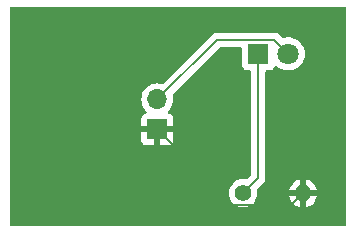
<source format=gbr>
%TF.GenerationSoftware,KiCad,Pcbnew,8.0.5*%
%TF.CreationDate,2025-01-04T02:07:05+01:00*%
%TF.ProjectId,Design_udemy_1,44657369-676e-45f7-9564-656d795f312e,rev?*%
%TF.SameCoordinates,Original*%
%TF.FileFunction,Copper,L1,Top*%
%TF.FilePolarity,Positive*%
%FSLAX46Y46*%
G04 Gerber Fmt 4.6, Leading zero omitted, Abs format (unit mm)*
G04 Created by KiCad (PCBNEW 8.0.5) date 2025-01-04 02:07:05*
%MOMM*%
%LPD*%
G01*
G04 APERTURE LIST*
%TA.AperFunction,ComponentPad*%
%ADD10C,1.400000*%
%TD*%
%TA.AperFunction,ComponentPad*%
%ADD11O,1.400000X1.400000*%
%TD*%
%TA.AperFunction,ComponentPad*%
%ADD12R,1.700000X1.700000*%
%TD*%
%TA.AperFunction,ComponentPad*%
%ADD13O,1.700000X1.700000*%
%TD*%
%TA.AperFunction,ComponentPad*%
%ADD14R,1.800000X1.800000*%
%TD*%
%TA.AperFunction,ComponentPad*%
%ADD15C,1.800000*%
%TD*%
%TA.AperFunction,Conductor*%
%ADD16C,0.200000*%
%TD*%
G04 APERTURE END LIST*
D10*
%TO.P,R1,1*%
%TO.N,Net-(D1-K)*%
X96060000Y-81500000D03*
D11*
%TO.P,R1,2*%
%TO.N,GND*%
X101140000Y-81500000D03*
%TD*%
D12*
%TO.P,J1,1,Pin_1*%
%TO.N,GND*%
X88800000Y-76100000D03*
D13*
%TO.P,J1,2,Pin_2*%
%TO.N,VDD*%
X88800000Y-73560000D03*
%TD*%
D14*
%TO.P,D1,1,K*%
%TO.N,Net-(D1-K)*%
X97360000Y-69700000D03*
D15*
%TO.P,D1,2,A*%
%TO.N,VDD*%
X99900000Y-69700000D03*
%TD*%
D16*
%TO.N,GND*%
X100140000Y-82500000D02*
X101140000Y-81500000D01*
X95200000Y-82500000D02*
X100140000Y-82500000D01*
X88800000Y-76100000D02*
X95200000Y-82500000D01*
%TO.N,VDD*%
X93860000Y-68500000D02*
X88800000Y-73560000D01*
X98700000Y-68500000D02*
X93860000Y-68500000D01*
X99900000Y-69700000D02*
X98700000Y-68500000D01*
%TO.N,Net-(D1-K)*%
X97360000Y-80200000D02*
X96060000Y-81500000D01*
X97360000Y-69700000D02*
X97360000Y-80200000D01*
%TD*%
%TA.AperFunction,Conductor*%
%TO.N,GND*%
G36*
X104742539Y-65720185D02*
G01*
X104788294Y-65772989D01*
X104799500Y-65824500D01*
X104799500Y-84175500D01*
X104779815Y-84242539D01*
X104727011Y-84288294D01*
X104675500Y-84299500D01*
X76424500Y-84299500D01*
X76357461Y-84279815D01*
X76311706Y-84227011D01*
X76300500Y-84175500D01*
X76300500Y-73559999D01*
X87444341Y-73559999D01*
X87444341Y-73560000D01*
X87464936Y-73795403D01*
X87464938Y-73795413D01*
X87526094Y-74023655D01*
X87526096Y-74023659D01*
X87526097Y-74023663D01*
X87625965Y-74237830D01*
X87625967Y-74237834D01*
X87734281Y-74392521D01*
X87761501Y-74431396D01*
X87761506Y-74431402D01*
X87883818Y-74553714D01*
X87917303Y-74615037D01*
X87912319Y-74684729D01*
X87870447Y-74740662D01*
X87839471Y-74757577D01*
X87707912Y-74806646D01*
X87707906Y-74806649D01*
X87592812Y-74892809D01*
X87592809Y-74892812D01*
X87506649Y-75007906D01*
X87506645Y-75007913D01*
X87456403Y-75142620D01*
X87456401Y-75142627D01*
X87450000Y-75202155D01*
X87450000Y-75850000D01*
X88366988Y-75850000D01*
X88334075Y-75907007D01*
X88300000Y-76034174D01*
X88300000Y-76165826D01*
X88334075Y-76292993D01*
X88366988Y-76350000D01*
X87450000Y-76350000D01*
X87450000Y-76997844D01*
X87456401Y-77057372D01*
X87456403Y-77057379D01*
X87506645Y-77192086D01*
X87506649Y-77192093D01*
X87592809Y-77307187D01*
X87592812Y-77307190D01*
X87707906Y-77393350D01*
X87707913Y-77393354D01*
X87842620Y-77443596D01*
X87842627Y-77443598D01*
X87902155Y-77449999D01*
X87902172Y-77450000D01*
X88550000Y-77450000D01*
X88550000Y-76533012D01*
X88607007Y-76565925D01*
X88734174Y-76600000D01*
X88865826Y-76600000D01*
X88992993Y-76565925D01*
X89050000Y-76533012D01*
X89050000Y-77450000D01*
X89697828Y-77450000D01*
X89697844Y-77449999D01*
X89757372Y-77443598D01*
X89757379Y-77443596D01*
X89892086Y-77393354D01*
X89892093Y-77393350D01*
X90007187Y-77307190D01*
X90007190Y-77307187D01*
X90093350Y-77192093D01*
X90093354Y-77192086D01*
X90143596Y-77057379D01*
X90143598Y-77057372D01*
X90149999Y-76997844D01*
X90150000Y-76997827D01*
X90150000Y-76350000D01*
X89233012Y-76350000D01*
X89265925Y-76292993D01*
X89300000Y-76165826D01*
X89300000Y-76034174D01*
X89265925Y-75907007D01*
X89233012Y-75850000D01*
X90150000Y-75850000D01*
X90150000Y-75202172D01*
X90149999Y-75202155D01*
X90143598Y-75142627D01*
X90143596Y-75142620D01*
X90093354Y-75007913D01*
X90093350Y-75007906D01*
X90007190Y-74892812D01*
X90007187Y-74892809D01*
X89892093Y-74806649D01*
X89892088Y-74806646D01*
X89760528Y-74757577D01*
X89704595Y-74715705D01*
X89680178Y-74650241D01*
X89695030Y-74581968D01*
X89716175Y-74553720D01*
X89838495Y-74431401D01*
X89974035Y-74237830D01*
X90073903Y-74023663D01*
X90135063Y-73795408D01*
X90155659Y-73560000D01*
X90135063Y-73324592D01*
X90100671Y-73196239D01*
X90102334Y-73126393D01*
X90132763Y-73076470D01*
X94072417Y-69136819D01*
X94133740Y-69103334D01*
X94160098Y-69100500D01*
X95835500Y-69100500D01*
X95902539Y-69120185D01*
X95948294Y-69172989D01*
X95959500Y-69224500D01*
X95959500Y-70647870D01*
X95959501Y-70647876D01*
X95965908Y-70707483D01*
X96016202Y-70842328D01*
X96016206Y-70842335D01*
X96102452Y-70957544D01*
X96102455Y-70957547D01*
X96217664Y-71043793D01*
X96217671Y-71043797D01*
X96262618Y-71060561D01*
X96352517Y-71094091D01*
X96412127Y-71100500D01*
X96635500Y-71100499D01*
X96702539Y-71120183D01*
X96748294Y-71172987D01*
X96759500Y-71224499D01*
X96759500Y-79899901D01*
X96739815Y-79966940D01*
X96723181Y-79987582D01*
X96419679Y-80291083D01*
X96358356Y-80324568D01*
X96309213Y-80325290D01*
X96171243Y-80299500D01*
X95948757Y-80299500D01*
X95730060Y-80340382D01*
X95598864Y-80391207D01*
X95522601Y-80420752D01*
X95522595Y-80420754D01*
X95333439Y-80537874D01*
X95333437Y-80537876D01*
X95169020Y-80687761D01*
X95034943Y-80865308D01*
X95034938Y-80865316D01*
X94935775Y-81064461D01*
X94935769Y-81064476D01*
X94874885Y-81278462D01*
X94874884Y-81278464D01*
X94854357Y-81499999D01*
X94854357Y-81500000D01*
X94874884Y-81721535D01*
X94874885Y-81721537D01*
X94935769Y-81935523D01*
X94935775Y-81935538D01*
X95034938Y-82134683D01*
X95034943Y-82134691D01*
X95169020Y-82312238D01*
X95333437Y-82462123D01*
X95333439Y-82462125D01*
X95522595Y-82579245D01*
X95522596Y-82579245D01*
X95522599Y-82579247D01*
X95730060Y-82659618D01*
X95948757Y-82700500D01*
X95948759Y-82700500D01*
X96171241Y-82700500D01*
X96171243Y-82700500D01*
X96389940Y-82659618D01*
X96597401Y-82579247D01*
X96786562Y-82462124D01*
X96950981Y-82312236D01*
X97085058Y-82134689D01*
X97184229Y-81935528D01*
X97237016Y-81750000D01*
X99963505Y-81750000D01*
X100016239Y-81935349D01*
X100115368Y-82134425D01*
X100249391Y-82311900D01*
X100413738Y-82461721D01*
X100602820Y-82578797D01*
X100602822Y-82578798D01*
X100810195Y-82659135D01*
X100890000Y-82674052D01*
X101390000Y-82674052D01*
X101469804Y-82659135D01*
X101677177Y-82578798D01*
X101677179Y-82578797D01*
X101866261Y-82461721D01*
X102030608Y-82311900D01*
X102164631Y-82134425D01*
X102263760Y-81935349D01*
X102316495Y-81750000D01*
X101390000Y-81750000D01*
X101390000Y-82674052D01*
X100890000Y-82674052D01*
X100890000Y-81750000D01*
X99963505Y-81750000D01*
X97237016Y-81750000D01*
X97245115Y-81721536D01*
X97265643Y-81500000D01*
X97261373Y-81453922D01*
X100790000Y-81453922D01*
X100790000Y-81546078D01*
X100813852Y-81635095D01*
X100859930Y-81714905D01*
X100925095Y-81780070D01*
X101004905Y-81826148D01*
X101093922Y-81850000D01*
X101186078Y-81850000D01*
X101275095Y-81826148D01*
X101354905Y-81780070D01*
X101420070Y-81714905D01*
X101466148Y-81635095D01*
X101490000Y-81546078D01*
X101490000Y-81453922D01*
X101466148Y-81364905D01*
X101420070Y-81285095D01*
X101384975Y-81250000D01*
X101390000Y-81250000D01*
X102316495Y-81250000D01*
X102263760Y-81064650D01*
X102164631Y-80865574D01*
X102030608Y-80688099D01*
X101866261Y-80538278D01*
X101677179Y-80421202D01*
X101677177Y-80421201D01*
X101469799Y-80340864D01*
X101390000Y-80325946D01*
X101390000Y-81250000D01*
X101384975Y-81250000D01*
X101354905Y-81219930D01*
X101275095Y-81173852D01*
X101186078Y-81150000D01*
X101093922Y-81150000D01*
X101004905Y-81173852D01*
X100925095Y-81219930D01*
X100859930Y-81285095D01*
X100813852Y-81364905D01*
X100790000Y-81453922D01*
X97261373Y-81453922D01*
X97245115Y-81278464D01*
X97239729Y-81259534D01*
X97239809Y-81250000D01*
X99963505Y-81250000D01*
X100890000Y-81250000D01*
X100890000Y-80325946D01*
X100810200Y-80340864D01*
X100602822Y-80421201D01*
X100602820Y-80421202D01*
X100413738Y-80538278D01*
X100249391Y-80688099D01*
X100115368Y-80865574D01*
X100016239Y-81064650D01*
X99963505Y-81250000D01*
X97239809Y-81250000D01*
X97240315Y-81189669D01*
X97271312Y-81137921D01*
X97840520Y-80568716D01*
X97919577Y-80431784D01*
X97960501Y-80279057D01*
X97960501Y-80120942D01*
X97960501Y-80113347D01*
X97960500Y-80113329D01*
X97960500Y-71224499D01*
X97980185Y-71157460D01*
X98032989Y-71111705D01*
X98084500Y-71100499D01*
X98307871Y-71100499D01*
X98307872Y-71100499D01*
X98367483Y-71094091D01*
X98502331Y-71043796D01*
X98617546Y-70957546D01*
X98703796Y-70842331D01*
X98732455Y-70765493D01*
X98774326Y-70709559D01*
X98839790Y-70685141D01*
X98908063Y-70699992D01*
X98939866Y-70724843D01*
X98947302Y-70732920D01*
X98948215Y-70733912D01*
X98948222Y-70733918D01*
X99131365Y-70876464D01*
X99131371Y-70876468D01*
X99131374Y-70876470D01*
X99335497Y-70986936D01*
X99449487Y-71026068D01*
X99555015Y-71062297D01*
X99555017Y-71062297D01*
X99555019Y-71062298D01*
X99783951Y-71100500D01*
X99783952Y-71100500D01*
X100016048Y-71100500D01*
X100016049Y-71100500D01*
X100244981Y-71062298D01*
X100464503Y-70986936D01*
X100668626Y-70876470D01*
X100851784Y-70733913D01*
X101008979Y-70563153D01*
X101135924Y-70368849D01*
X101229157Y-70156300D01*
X101286134Y-69931305D01*
X101305300Y-69700000D01*
X101305300Y-69699993D01*
X101286135Y-69468702D01*
X101286133Y-69468691D01*
X101229157Y-69243699D01*
X101135924Y-69031151D01*
X101008983Y-68836852D01*
X101008980Y-68836849D01*
X101008979Y-68836847D01*
X100851784Y-68666087D01*
X100851779Y-68666083D01*
X100851777Y-68666081D01*
X100668634Y-68523535D01*
X100668628Y-68523531D01*
X100464504Y-68413064D01*
X100464495Y-68413061D01*
X100244984Y-68337702D01*
X100073282Y-68309050D01*
X100016049Y-68299500D01*
X99783951Y-68299500D01*
X99745795Y-68305867D01*
X99555014Y-68337702D01*
X99503098Y-68355524D01*
X99433300Y-68358672D01*
X99375158Y-68325923D01*
X99187590Y-68138355D01*
X99187588Y-68138352D01*
X99068717Y-68019481D01*
X99068716Y-68019480D01*
X98981904Y-67969360D01*
X98981904Y-67969359D01*
X98981900Y-67969358D01*
X98931785Y-67940423D01*
X98779057Y-67899499D01*
X98620943Y-67899499D01*
X98613347Y-67899499D01*
X98613331Y-67899500D01*
X93946670Y-67899500D01*
X93946654Y-67899499D01*
X93939058Y-67899499D01*
X93780943Y-67899499D01*
X93704579Y-67919961D01*
X93628214Y-67940423D01*
X93628209Y-67940426D01*
X93491290Y-68019475D01*
X93491282Y-68019481D01*
X89283530Y-72227233D01*
X89222207Y-72260718D01*
X89163756Y-72259327D01*
X89035413Y-72224938D01*
X89035403Y-72224936D01*
X88800001Y-72204341D01*
X88799999Y-72204341D01*
X88564596Y-72224936D01*
X88564586Y-72224938D01*
X88336344Y-72286094D01*
X88336335Y-72286098D01*
X88122171Y-72385964D01*
X88122169Y-72385965D01*
X87928597Y-72521505D01*
X87761505Y-72688597D01*
X87625965Y-72882169D01*
X87625964Y-72882171D01*
X87526098Y-73096335D01*
X87526094Y-73096344D01*
X87464938Y-73324586D01*
X87464936Y-73324596D01*
X87444341Y-73559999D01*
X76300500Y-73559999D01*
X76300500Y-65824500D01*
X76320185Y-65757461D01*
X76372989Y-65711706D01*
X76424500Y-65700500D01*
X104675500Y-65700500D01*
X104742539Y-65720185D01*
G37*
%TD.AperFunction*%
%TD*%
M02*

</source>
